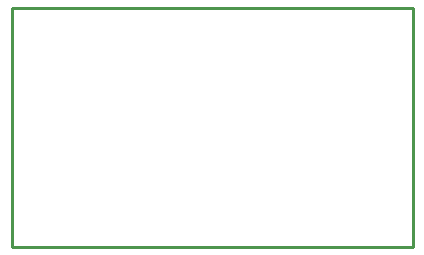
<source format=gbr>
G04 EAGLE Gerber RS-274X export*
G75*
%MOMM*%
%FSLAX34Y34*%
%LPD*%
%IN*%
%IPPOS*%
%AMOC8*
5,1,8,0,0,1.08239X$1,22.5*%
G01*
G04 Define Apertures*
%ADD10C,0.254000*%
D10*
X38100Y114300D02*
X377700Y114300D01*
X377700Y317400D01*
X38100Y317400D01*
X38100Y114300D01*
M02*

</source>
